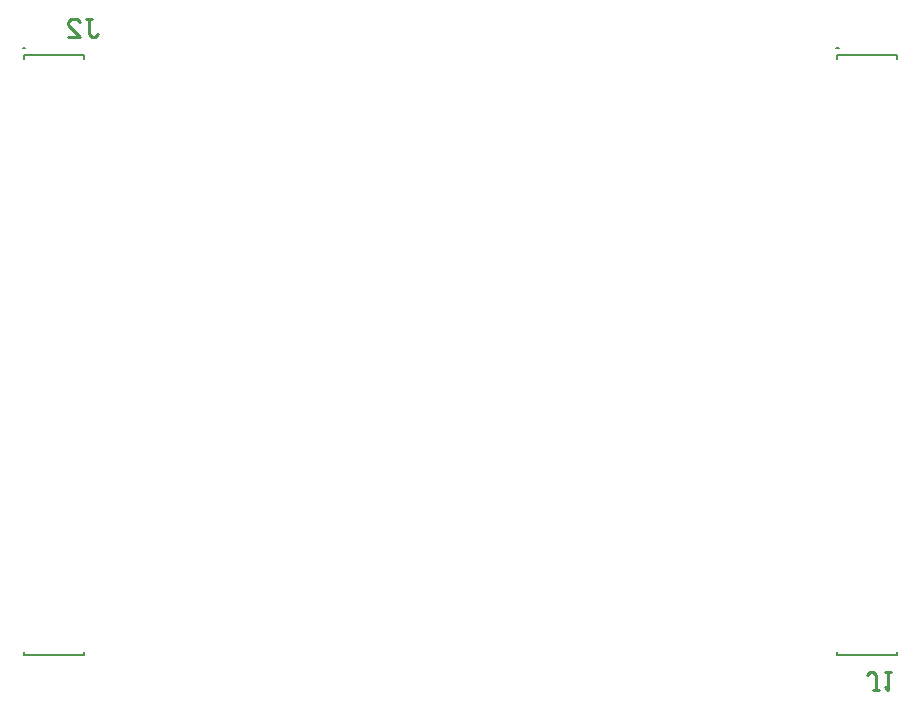
<source format=gbo>
G04*
G04 #@! TF.GenerationSoftware,Altium Limited,Altium Designer,22.2.1 (43)*
G04*
G04 Layer_Color=32896*
%FSLAX25Y25*%
%MOIN*%
G70*
G04*
G04 #@! TF.SameCoordinates,92CA4D93-62DE-40AD-B459-EA6468986EF1*
G04*
G04*
G04 #@! TF.FilePolarity,Positive*
G04*
G01*
G75*
%ADD10C,0.00787*%
%ADD11C,0.01000*%
D10*
X24532Y240459D02*
X23744D01*
X24532D01*
X295656D02*
X294868D01*
X295656D01*
X24079Y236778D02*
Y237900D01*
X44079Y236778D02*
Y237900D01*
X24079Y37900D02*
Y39022D01*
X44079Y37900D02*
Y39022D01*
X24079Y237900D02*
X44079D01*
X24079Y37900D02*
X44079D01*
X295203D02*
X315203D01*
X295203Y237900D02*
X315203D01*
Y37900D02*
Y39022D01*
X295203Y37900D02*
Y39022D01*
X315203Y236778D02*
Y237900D01*
X295203Y236778D02*
Y237900D01*
D11*
X309103Y26501D02*
X307104D01*
X308103D01*
Y31499D01*
X307104Y32499D01*
X306104D01*
X305104Y31499D01*
X311103Y32499D02*
X313102D01*
X312102D01*
Y26501D01*
X311103Y27501D01*
X44601Y250198D02*
X46601D01*
X45601D01*
Y245200D01*
X46601Y244200D01*
X47600D01*
X48600Y245200D01*
X38603Y244200D02*
X42602D01*
X38603Y248199D01*
Y249198D01*
X39603Y250198D01*
X41602D01*
X42602Y249198D01*
M02*

</source>
